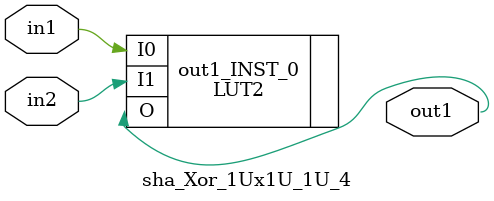
<source format=v>
`timescale 1 ps / 1 ps

(* STRUCTURAL_NETLIST = "yes" *)
module sha_Xor_1Ux1U_1U_4
   (in2,
    in1,
    out1);
  input in2;
  input in1;
  output out1;

  wire in1;
  wire in2;
  wire out1;

  LUT2 #(
    .INIT(4'h6)) 
    out1_INST_0
       (.I0(in1),
        .I1(in2),
        .O(out1));
endmodule


</source>
